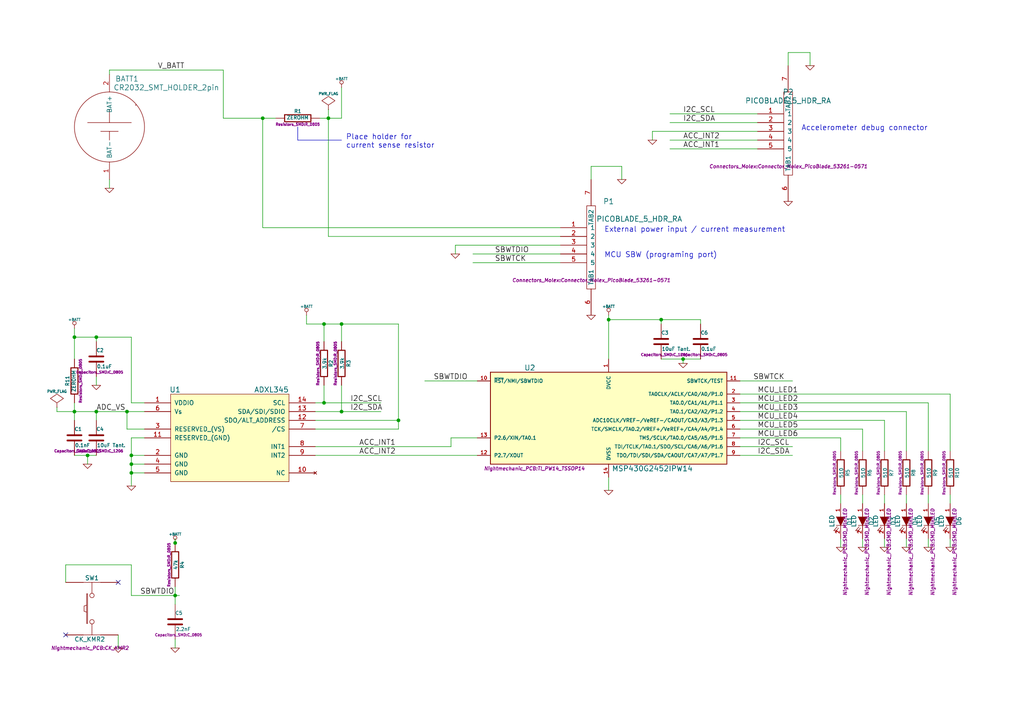
<source format=kicad_sch>
(kicad_sch (version 20230121) (generator eeschema)
  (paper "A4")
  (title_block (title "Gali's Neckalce") (rev "1.0") (company "Copyright by Nightmechanic 2014") (comment 1 "Open source under the Creative Commons Attribution 4.0 license") (comment 2 "http://creativecommons.org/licenses/by/4.0/"))
  (lib_symbols
    (symbol "Necklace-rescue:+BATT" (power) (pin_names (offset 0))
      (property "Value" "+BATT" (at 0 2.54 0))
      (symbol "+BATT_0_0"
        (pin power_in line (at 0 0 90) (length 0) hide (name "+BATT") (number "1"))
      )
      (symbol "+BATT_0_1"
        (polyline (pts (xy 0 0) (xy 0 1.016) (xy 0 1.016)))
        (circle (center 0 1.524) (radius 0.508))
      )
    )
    (symbol "Necklace-rescue:C" (pin_numbers hide) (pin_names (offset 0.254))
      (property "Reference" "C" (at 0 2.54 0))
      (property "Value" "C" (at 0.1524 -2.159 0))
      (symbol "C_0_1"
        (polyline (pts (xy -2.032 -0.762) (xy 2.032 -0.762)) (stroke (width 0.508)))
        (polyline (pts (xy -2.032 0.762) (xy 2.032 0.762)) (stroke (width 0.508)))
      )
      (symbol "C_1_1"
        (pin passive line (at 0 5.08 270) (length 4.318) (name "~") (number "1"))
        (pin passive line (at 0 -5.08 90) (length 4.318) (name "~") (number "2"))
      )
    )
    (symbol "Necklace-rescue:GND" (power) (pin_names (offset 0))
      (symbol "GND_0_1"
        (polyline (pts (xy -1.27 0) (xy 0 -1.27) (xy 1.27 0) (xy -1.27 0)))
      )
      (symbol "GND_1_1"
        (pin power_in line (at 0 0 90) (length 0) hide (name "GND") (number "1"))
      )
    )
    (symbol "Necklace-rescue:LED" (pin_names (offset 1.016) hide)
      (property "Reference" "D" (at 0 2.54 0))
      (property "Value" "LED" (at 0 -2.54 0))
      (symbol "LED_0_1"
        (polyline (pts (xy 1.27 1.27) (xy 1.27 -1.27)))
        (polyline (pts (xy -1.27 1.27) (xy 1.27 0) (xy -1.27 -1.27)) (fill (type outline)))
        (polyline (pts (xy 1.651 -1.016) (xy 2.794 -2.032) (xy 2.667 -1.397)))
        (polyline (pts (xy 2.032 -0.635) (xy 3.175 -1.651) (xy 3.048 -1.016)))
      )
      (symbol "LED_1_1"
        (pin passive line (at -5.08 0 0) (length 3.81) (name "A") (number "1"))
        (pin passive line (at 5.08 0 180) (length 3.81) (name "K") (number "2"))
      )
    )
    (symbol "Necklace-rescue:MSP430G2452IPW14" (pin_names (offset 1.016))
      (property "Reference" "U" (at -33.02 15.24 0))
      (property "Value" "MSP430G2452IPW14" (at 26.67 -13.97 0))
      (property "Footprint" "14PW" (at -31.75 -13.97 0))
      (symbol "MSP430G2452IPW14_0_1"
        (rectangle (start -34.29 13.97) (end 34.29 -12.7) (stroke (width 0.254)) (fill (type background)))
      )
      (symbol "MSP430G2452IPW14_1_1"
        (pin power_in line (at 0 17.78 270) (length 3.81) (name "DVCC") (number "1"))
        (pin input line (at -38.1 11.43 0) (length 3.81) (name "~{RST}/NMI/SBWTDIO") (number "10"))
        (pin input line (at 38.1 11.43 180) (length 3.81) (name "SBWTCK/TEST") (number "11"))
        (pin bidirectional line (at -38.1 -10.16 0) (length 3.81) (name "P2.7/XOUT") (number "12"))
        (pin bidirectional line (at -38.1 -5.08 0) (length 3.81) (name "P2.6/XIN/TA0.1") (number "13"))
        (pin power_in line (at 0 -16.51 90) (length 3.81) (name "DVSS") (number "14"))
        (pin bidirectional line (at 38.1 7.62 180) (length 3.81) (name "TA0CLK/ACLK/CA0/A0/P1.0") (number "2"))
        (pin bidirectional line (at 38.1 5.08 180) (length 3.81) (name "TA0.0/CA1/A1/P1.1") (number "3"))
        (pin bidirectional line (at 38.1 2.54 180) (length 3.81) (name "TA0.1/CA2/A2/P1.2") (number "4"))
        (pin bidirectional line (at 38.1 0 180) (length 3.81) (name "ADC10CLK/VREF-/VeREF-/CAOUT/CA3/A3/P1.3") (number "5"))
        (pin bidirectional line (at 38.1 -2.54 180) (length 3.81) (name "TCK/SMCLK/TA0.2/VREF+/VeREF+/CA4/A4/P1.4") (number "6"))
        (pin bidirectional line (at 38.1 -5.08 180) (length 3.81) (name "TMS/SCLK/TA0.0/CA5/A5/P1.5") (number "7"))
        (pin bidirectional line (at 38.1 -7.62 180) (length 3.81) (name "TDI/TCLK/TA0.1/SDO/SCL/CA6/A6/P1.6") (number "8"))
        (pin bidirectional line (at 38.1 -10.16 180) (length 3.81) (name "TDO/TDI/SDI/SDA/CAOUT/CA7/A7/P1.7") (number "9"))
      )
    )
    (symbol "Necklace-rescue:PWR_FLAG" (power) (pin_numbers hide) (pin_names (offset 0) hide)
      (property "Value" "PWR_FLAG" (at 0 4.572 0))
      (symbol "PWR_FLAG_0_0"
        (pin power_out line (at 0 0 90) (length 0) (name "pwr") (number "1"))
      )
      (symbol "PWR_FLAG_0_1"
        (polyline (pts (xy 0 0) (xy 0 1.27) (xy -1.905 2.54) (xy 0 3.81) (xy 1.905 2.54) (xy 0 1.27)))
      )
    )
    (symbol "Necklace-rescue:R" (pin_numbers hide) (pin_names (offset 0))
      (property "Reference" "R" (at 2.032 0 90))
      (property "Value" "R" (at 0.1778 0.0254 90))
      (symbol "R_0_1"
        (rectangle (start -1.016 3.81) (end 1.016 -3.81) (stroke (width 0.3048)))
      )
      (symbol "R_1_1"
        (pin passive line (at 0 6.35 270) (length 2.54) (name "~") (number "1"))
        (pin passive line (at 0 -6.35 90) (length 2.54) (name "~") (number "2"))
      )
    )
    (symbol "Necklace:ADXL345" (pin_names (offset 1.016))
      (property "Reference" "U" (at -15.24 17.78 0))
      (property "Value" "ADXL345" (at 12.7 17.78 0))
      (property "Footprint" "AD_LGA14" (at 0 -10.16 0))
      (symbol "ADXL345_0_1"
        (rectangle (start -16.51 16.51) (end 17.78 -8.89) (fill (type background)))
      )
      (symbol "ADXL345_1_1"
        (pin power_in line (at -24.13 13.97 0) (length 7.62) (name "VDDIO") (number "1"))
        (pin no_connect line (at 25.4 -6.35 180) (length 7.62) (name "NC") (number "10"))
        (pin passive line (at -24.13 3.81 0) (length 7.62) (name "RESERVED_(GND)") (number "11"))
        (pin bidirectional line (at 25.4 8.89 180) (length 7.62) (name "SDO/ALT_ADDRESS") (number "12"))
        (pin bidirectional line (at 25.4 11.43 180) (length 7.62) (name "SDA/SDI/SDIO") (number "13"))
        (pin input line (at 25.4 13.97 180) (length 7.62) (name "SCL") (number "14"))
        (pin power_in line (at -24.13 -1.27 0) (length 7.62) (name "GND") (number "2"))
        (pin power_in line (at -24.13 6.35 0) (length 7.62) (name "RESERVED_(VS)") (number "3"))
        (pin power_in line (at -24.13 -3.81 0) (length 7.62) (name "GND") (number "4"))
        (pin power_in line (at -24.13 -6.35 0) (length 7.62) (name "GND") (number "5"))
        (pin power_in line (at -24.13 11.43 0) (length 7.62) (name "Vs") (number "6"))
        (pin input line (at 25.4 6.35 180) (length 7.62) (name "/CS") (number "7"))
        (pin output line (at 25.4 1.27 180) (length 7.62) (name "INT1") (number "8"))
        (pin output line (at 25.4 -1.27 180) (length 7.62) (name "INT2") (number "9"))
      )
    )
    (symbol "Necklace:CK_KMR2" (pin_numbers hide) (pin_names (offset 1.016) hide)
      (property "Reference" "SW" (at 0 8.89 0))
      (property "Value" "CK_KMR2" (at -0.635 -8.89 0))
      (property "Footprint" "CK_KMR2" (at -0.635 -10.795 0))
      (symbol "CK_KMR2_0_1"
        (rectangle (start -1.27 -4.318) (end -1.524 4.318))
        (circle (center 0 -3.81) (radius 0.635))
        (polyline (pts (xy -2.54 7.62) (xy 2.54 7.62)))
        (polyline (pts (xy 0 -4.445) (xy 0 -7.62)))
        (polyline (pts (xy 0 7.62) (xy 0 4.445)))
        (polyline (pts (xy 2.54 -7.62) (xy -2.54 -7.62)))
        (polyline (pts (xy -1.524 -1.016) (xy -2.286 -0.762) (xy -2.286 0.762) (xy -1.524 1.016)))
        (circle (center 0 3.81) (radius 0.635))
        (pin passive line (at -7.62 7.62 0) (length 5.08) (name "1") (number "1"))
        (pin passive line (at 7.62 7.62 180) (length 5.08) (name "2") (number "2"))
        (pin passive line (at 7.62 -7.62 180) (length 5.08) (name "4") (number "4"))
      )
      (symbol "CK_KMR2_1_1"
        (pin passive line (at -7.62 -7.62 0) (length 5.08) (name "3") (number "3"))
      )
    )
    (symbol "Necklace:CR2032_SMT_HOLDER_2pin" (pin_names (offset 1.016))
      (property "Reference" "BATT" (at 5.08 13.97 0))
      (property "Value" "CR2032_SMT_HOLDER_2pin" (at 16.51 11.43 0))
      (property "Footprint" "SMTU-2032" (at 5.08 -11.43 0))
      (symbol "CR2032_SMT_HOLDER_2pin_0_1"
        (polyline (pts (xy -6.35 1.27) (xy 6.35 1.27)))
        (polyline (pts (xy -2.54 -1.27) (xy 2.54 -1.27)))
        (polyline (pts (xy 0 -1.27) (xy 0 -3.81)))
        (polyline (pts (xy 0 1.27) (xy 0 5.08)))
        (circle (center 0 0) (radius 10.16))
        (circle (center 7.62 6.35) (radius 0.0001))
      )
      (symbol "CR2032_SMT_HOLDER_2pin_1_1"
        (pin power_out line (at 0 -15.24 90) (length 5.08) (name "BAT-") (number "1"))
        (pin power_out line (at 0 15.24 270) (length 5.08) (name "BAT+") (number "2"))
      )
    )
    (symbol "Necklace:PICOBLADE_5_HDR_RA" (pin_names (offset 1.016))
      (property "Reference" "P" (at 2.54 8.89 0))
      (property "Value" "PICOBLADE_5_HDR_RA" (at 3.81 -6.35 90))
      (property "Footprint" "Molex_PICOBLADE_5_HDR_RA" (at 6.35 -6.35 90))
      (symbol "PICOBLADE_5_HDR_RA_0_1"
        (rectangle (start -1.27 6.35) (end 1.27 -17.78))
      )
      (symbol "PICOBLADE_5_HDR_RA_1_1"
        (pin passive line (at -8.89 0 0) (length 7.62) (name "1") (number "1"))
        (pin passive line (at -8.89 -2.54 0) (length 7.62) (name "2") (number "2"))
        (pin passive line (at -8.89 -5.08 0) (length 7.62) (name "3") (number "3"))
        (pin passive line (at -8.89 -7.62 0) (length 7.62) (name "4") (number "4"))
        (pin passive line (at -8.89 -10.16 0) (length 7.62) (name "5") (number "5"))
        (pin passive line (at 0 -25.4 90) (length 7.62) (name "TAB1") (number "6"))
        (pin passive line (at 0 13.97 270) (length 7.62) (name "TAB2") (number "7"))
      )
    )
  )
  (junction (at 176.53 92.71))
  (junction (at 95.25 34.29))
  (junction (at 27.94 119.38))
  (junction (at 21.59 97.79))
  (junction (at 27.94 97.79))
  (junction (at 38.1 134.62))
  (junction (at 38.1 137.16))
  (junction (at 99.06 93.98))
  (junction (at 50.8 157.48))
  (junction (at 99.06 119.38))
  (junction (at 93.98 116.84))
  (junction (at 76.2 34.29))
  (junction (at 93.98 93.98))
  (junction (at 25.4 132.08))
  (junction (at 198.12 104.14))
  (junction (at 191.77 92.71))
  (junction (at 21.59 119.38))
  (junction (at 36.83 119.38))
  (junction (at 115.57 121.92))
  (junction (at 50.8 172.72))
  (junction (at 38.1 132.08))
  (no_connect (at 34.29 168.91))
  (no_connect (at 19.05 184.15))
  (wire (pts (xy 31.75 21.59) (xy 31.75 20.32)))
  (wire (pts (xy 38.1 116.84) (xy 41.91 116.84)))
  (wire (pts (xy 41.91 137.16) (xy 38.1 137.16)))
  (wire (pts (xy 171.45 48.26) (xy 171.45 52.07)))
  (wire (pts (xy 34.29 184.15) (xy 34.29 187.96)))
  (wire (pts (xy 91.44 132.08) (xy 138.43 132.08)))
  (wire (pts (xy 31.75 20.32) (xy 64.77 20.32)))
  (wire (pts (xy 41.91 127) (xy 38.1 127)))
  (wire (pts (xy 191.77 92.71) (xy 203.2 92.71)))
  (wire (pts (xy 214.63 121.92) (xy 256.54 121.92)))
  (wire (pts (xy 219.71 33.02) (xy 194.31 33.02)))
  (wire (pts (xy 88.9 93.98) (xy 93.98 93.98)))
  (wire (pts (xy 115.57 93.98) (xy 115.57 121.92)))
  (wire (pts (xy 256.54 146.05) (xy 256.54 143.51)))
  (wire (pts (xy 38.1 172.72) (xy 50.8 172.72)))
  (wire (pts (xy 92.71 34.29) (xy 95.25 34.29)))
  (wire (pts (xy 21.59 119.38) (xy 27.94 119.38)))
  (wire (pts (xy 262.89 158.75) (xy 262.89 156.21)))
  (wire (pts (xy 115.57 124.46) (xy 91.44 124.46)))
  (wire (pts (xy 64.77 20.32) (xy 64.77 34.29)))
  (wire (pts (xy 269.24 116.84) (xy 269.24 130.81)))
  (wire (pts (xy 243.84 127) (xy 243.84 130.81)))
  (wire (pts (xy 76.2 66.04) (xy 76.2 34.29)))
  (wire (pts (xy 38.1 137.16) (xy 38.1 140.97)))
  (wire (pts (xy 203.2 92.71) (xy 203.2 93.98)))
  (wire (pts (xy 91.44 119.38) (xy 99.06 119.38)))
  (wire (pts (xy 130.81 127) (xy 138.43 127)))
  (wire (pts (xy 91.44 116.84) (xy 93.98 116.84)))
  (wire (pts (xy 262.89 146.05) (xy 262.89 143.51)))
  (wire (pts (xy 214.63 116.84) (xy 269.24 116.84)))
  (wire (pts (xy 27.94 111.76) (xy 27.94 109.22)))
  (polyline (pts (xy 86.36 40.64) (xy 99.06 40.64)))
  (wire (pts (xy 21.59 119.38) (xy 21.59 121.92)))
  (wire (pts (xy 91.44 129.54) (xy 130.81 129.54)))
  (wire (pts (xy 214.63 119.38) (xy 262.89 119.38)))
  (wire (pts (xy 21.59 97.79) (xy 21.59 104.14)))
  (wire (pts (xy 214.63 132.08) (xy 229.87 132.08)))
  (wire (pts (xy 16.51 119.38) (xy 21.59 119.38)))
  (wire (pts (xy 50.8 172.72) (xy 52.07 172.72)))
  (wire (pts (xy 191.77 104.14) (xy 198.12 104.14)))
  (wire (pts (xy 19.05 163.83) (xy 19.05 168.91)))
  (wire (pts (xy 214.63 124.46) (xy 250.19 124.46)))
  (wire (pts (xy 189.23 38.1) (xy 189.23 40.64)))
  (wire (pts (xy 64.77 34.29) (xy 76.2 34.29)))
  (wire (pts (xy 38.1 127) (xy 38.1 132.08)))
  (wire (pts (xy 219.71 35.56) (xy 194.31 35.56)))
  (wire (pts (xy 50.8 185.42) (xy 50.8 187.96)))
  (wire (pts (xy 95.25 68.58) (xy 162.56 68.58)))
  (wire (pts (xy 25.4 134.62) (xy 25.4 132.08)))
  (wire (pts (xy 38.1 163.83) (xy 19.05 163.83)))
  (wire (pts (xy 99.06 93.98) (xy 115.57 93.98)))
  (wire (pts (xy 180.34 48.26) (xy 171.45 48.26)))
  (wire (pts (xy 115.57 121.92) (xy 115.57 124.46)))
  (wire (pts (xy 198.12 105.41) (xy 198.12 104.14)))
  (wire (pts (xy 198.12 104.14) (xy 203.2 104.14)))
  (wire (pts (xy 250.19 158.75) (xy 250.19 156.21)))
  (wire (pts (xy 41.91 124.46) (xy 36.83 124.46)))
  (wire (pts (xy 243.84 158.75) (xy 243.84 156.21)))
  (wire (pts (xy 95.25 31.75) (xy 95.25 34.29)))
  (wire (pts (xy 50.8 156.21) (xy 50.8 157.48)))
  (wire (pts (xy 27.94 119.38) (xy 36.83 119.38)))
  (wire (pts (xy 36.83 124.46) (xy 36.83 119.38)))
  (wire (pts (xy 214.63 110.49) (xy 229.87 110.49)))
  (wire (pts (xy 214.63 114.3) (xy 275.59 114.3)))
  (wire (pts (xy 269.24 158.75) (xy 269.24 156.21)))
  (wire (pts (xy 76.2 34.29) (xy 80.01 34.29)))
  (wire (pts (xy 93.98 116.84) (xy 110.49 116.84)))
  (wire (pts (xy 219.71 40.64) (xy 194.31 40.64)))
  (wire (pts (xy 176.53 91.44) (xy 176.53 92.71)))
  (wire (pts (xy 214.63 129.54) (xy 229.87 129.54)))
  (wire (pts (xy 214.63 127) (xy 243.84 127)))
  (wire (pts (xy 243.84 146.05) (xy 243.84 143.51)))
  (wire (pts (xy 50.8 170.18) (xy 50.8 172.72)))
  (wire (pts (xy 16.51 118.11) (xy 16.51 119.38)))
  (wire (pts (xy 176.53 92.71) (xy 176.53 104.14)))
  (polyline (pts (xy 86.36 40.64) (xy 86.36 36.83)))
  (wire (pts (xy 219.71 43.18) (xy 194.31 43.18)))
  (wire (pts (xy 41.91 132.08) (xy 38.1 132.08)))
  (wire (pts (xy 162.56 73.66) (xy 137.16 73.66)))
  (wire (pts (xy 93.98 99.06) (xy 93.98 93.98)))
  (wire (pts (xy 27.94 121.92) (xy 27.94 119.38)))
  (wire (pts (xy 228.6 15.24) (xy 228.6 19.05)))
  (wire (pts (xy 162.56 71.12) (xy 132.08 71.12)))
  (wire (pts (xy 38.1 97.79) (xy 38.1 116.84)))
  (wire (pts (xy 234.95 19.05) (xy 234.95 15.24)))
  (wire (pts (xy 31.75 52.07) (xy 31.75 54.61)))
  (wire (pts (xy 189.23 38.1) (xy 219.71 38.1)))
  (wire (pts (xy 132.08 71.12) (xy 132.08 73.66)))
  (wire (pts (xy 21.59 95.25) (xy 21.59 97.79)))
  (wire (pts (xy 38.1 132.08) (xy 38.1 134.62)))
  (wire (pts (xy 162.56 76.2) (xy 137.16 76.2)))
  (wire (pts (xy 99.06 93.98) (xy 99.06 99.06)))
  (wire (pts (xy 95.25 34.29) (xy 99.06 34.29)))
  (wire (pts (xy 93.98 111.76) (xy 93.98 116.84)))
  (wire (pts (xy 256.54 121.92) (xy 256.54 130.81)))
  (wire (pts (xy 250.19 146.05) (xy 250.19 143.51)))
  (wire (pts (xy 91.44 121.92) (xy 115.57 121.92)))
  (wire (pts (xy 275.59 114.3) (xy 275.59 130.81)))
  (wire (pts (xy 99.06 119.38) (xy 110.49 119.38)))
  (wire (pts (xy 176.53 138.43) (xy 176.53 142.24)))
  (wire (pts (xy 41.91 134.62) (xy 38.1 134.62)))
  (wire (pts (xy 93.98 93.98) (xy 99.06 93.98)))
  (wire (pts (xy 234.95 15.24) (xy 228.6 15.24)))
  (wire (pts (xy 275.59 146.05) (xy 275.59 143.51)))
  (wire (pts (xy 27.94 97.79) (xy 38.1 97.79)))
  (wire (pts (xy 162.56 66.04) (xy 76.2 66.04)))
  (wire (pts (xy 27.94 97.79) (xy 27.94 99.06)))
  (wire (pts (xy 250.19 124.46) (xy 250.19 130.81)))
  (wire (pts (xy 38.1 172.72) (xy 38.1 163.83)))
  (wire (pts (xy 180.34 52.07) (xy 180.34 48.26)))
  (wire (pts (xy 130.81 129.54) (xy 130.81 127)))
  (wire (pts (xy 21.59 116.84) (xy 21.59 119.38)))
  (wire (pts (xy 269.24 146.05) (xy 269.24 143.51)))
  (wire (pts (xy 99.06 34.29) (xy 99.06 25.4)))
  (wire (pts (xy 21.59 132.08) (xy 25.4 132.08)))
  (wire (pts (xy 256.54 158.75) (xy 256.54 156.21)))
  (wire (pts (xy 36.83 119.38) (xy 41.91 119.38)))
  (wire (pts (xy 138.43 110.49) (xy 123.19 110.49)))
  (wire (pts (xy 275.59 158.75) (xy 275.59 156.21)))
  (wire (pts (xy 88.9 91.44) (xy 88.9 93.98)))
  (wire (pts (xy 176.53 92.71) (xy 191.77 92.71)))
  (wire (pts (xy 21.59 97.79) (xy 27.94 97.79)))
  (wire (pts (xy 38.1 134.62) (xy 38.1 137.16)))
  (wire (pts (xy 191.77 93.98) (xy 191.77 92.71)))
  (wire (pts (xy 50.8 172.72) (xy 50.8 175.26)))
  (wire (pts (xy 25.4 132.08) (xy 27.94 132.08)))
  (wire (pts (xy 99.06 111.76) (xy 99.06 119.38)))
  (wire (pts (xy 95.25 34.29) (xy 95.25 68.58)))
  (wire (pts (xy 262.89 119.38) (xy 262.89 130.81)))
  (text "Accelerometer debug connector" (at 232.41 38.1 0) (effects (font (size 1.524 1.524)) (justify left bottom)))
  (text "Place holder for \ncurrent sense resistor" (at 100.33 43.18 0) (effects (font (size 1.524 1.524)) (justify left bottom)))
  (text "External power input / current measurement\n\n\nMCU SBW (programing port)" (at 175.26 74.93 0) (effects (font (size 1.524 1.524)) (justify left bottom)))
  (label "SBWTDIO" (at 40.64 172.72 0) (effects (font (size 1.524 1.524))))
  (label "I2C_SCL" (at 101.6 116.84 0) (effects (font (size 1.524 1.524))))
  (label "ADC_VS" (at 27.94 119.38 0) (effects (font (size 1.524 1.524))))
  (label "ACC_INT1" (at 104.14 129.54 0) (effects (font (size 1.524 1.524))))
  (label "V_BATT" (at 45.72 20.32 0) (effects (font (size 1.524 1.524))))
  (label "MCU_LED4" (at 219.71 121.92 0) (effects (font (size 1.524 1.524))))
  (label "SBWTDIO" (at 125.73 110.49 0) (effects (font (size 1.524 1.524))))
  (label "ACC_INT1" (at 198.12 43.18 0) (effects (font (size 1.524 1.524))))
  (label "I2C_SDA" (at 219.71 132.08 0) (effects (font (size 1.524 1.524))))
  (label "I2C_SDA" (at 101.6 119.38 0) (effects (font (size 1.524 1.524))))
  (label "MCU_LED6" (at 219.71 127 0) (effects (font (size 1.524 1.524))))
  (label "MCU_LED3" (at 219.71 119.38 0) (effects (font (size 1.524 1.524))))
  (label "SBWTDIO" (at 143.51 73.66 0) (effects (font (size 1.524 1.524))))
  (label "ACC_INT2" (at 104.14 132.08 0) (effects (font (size 1.524 1.524))))
  (label "MCU_LED5" (at 219.71 124.46 0) (effects (font (size 1.524 1.524))))
  (label "MCU_LED1" (at 219.71 114.3 0) (effects (font (size 1.524 1.524))))
  (label "I2C_SCL" (at 198.12 33.02 0) (effects (font (size 1.524 1.524))))
  (label "SBWTCK" (at 143.51 76.2 0) (effects (font (size 1.524 1.524))))
  (label "I2C_SDA" (at 198.12 35.56 0) (effects (font (size 1.524 1.524))))
  (label "I2C_SCL" (at 219.71 129.54 0) (effects (font (size 1.524 1.524))))
  (label "MCU_LED2" (at 219.71 116.84 0) (effects (font (size 1.524 1.524))))
  (label "ACC_INT2" (at 198.12 40.64 0) (effects (font (size 1.524 1.524))))
  (label "SBWTCK" (at 218.44 110.49 0) (effects (font (size 1.524 1.524))))
  (symbol (lib_id "Necklace-rescue:GND") (at 31.75 54.61 0) (unit 1)
    (property "Reference" "#PWR01" (effects hide))
    (property "Value" "GND" (effects hide))
  )
  (symbol (lib_id "Necklace-rescue:GND") (at 176.53 142.24 0) (unit 1)
    (property "Reference" "#PWR02" (effects hide))
    (property "Value" "GND" (effects hide))
  )
  (symbol (lib_id "Necklace-rescue:R") (at 86.36 34.29 90) (unit 1)
    (property "Reference" "R1" (at 86.36 32.258 90) (effects (font (size 1.016 1.016))))
    (property "Value" "ZEROHM" (at 86.3346 34.1122 90) (effects (font (size 1.016 1.016))))
    (property "Footprint" "Resistors_SMD:R_0805" (at 86.36 36.068 90) (effects (font (size 0.762 0.762))))
  )
  (symbol (lib_id "Necklace-rescue:+BATT") (at 99.06 25.4 0) (unit 1)
    (property "Reference" "#PWR03" (effects hide))
    (property "Value" "+BATT" (at 99.06 22.86 0) (effects (font (size 0.762 0.762))))
  )
  (symbol (lib_id "Necklace-rescue:+BATT") (at 176.53 91.44 0) (unit 1)
    (property "Reference" "#PWR04" (effects hide))
    (property "Value" "+BATT" (at 176.53 88.9 0) (effects (font (size 0.762 0.762))))
  )
  (symbol (lib_id "Necklace-rescue:GND") (at 132.08 73.66 0) (unit 1)
    (property "Reference" "#PWR05" (effects hide))
    (property "Value" "GND" (effects hide))
  )
  (symbol (lib_id "Necklace:ADXL345") (at 66.04 130.81 0) (unit 1)
    (property "Reference" "U1" (at 50.8 113.03 0) (effects (font (size 1.524 1.524))))
    (property "Value" "ADXL345" (at 78.74 113.03 0) (effects (font (size 1.524 1.524))))
    (property "Footprint" "Nightmechanic_PCB:AD_LGA14" (effects hide))
    (property "Datasheet" "http://www.analog.com/static/imported-files/data_sheets/ADXL345.pdf" (effects hide))
  )
  (symbol (lib_id "Necklace-rescue:+BATT") (at 21.59 95.25 0) (unit 1)
    (property "Reference" "#PWR06" (effects hide))
    (property "Value" "+BATT" (at 21.59 92.71 0) (effects (font (size 0.762 0.762))))
  )
  (symbol (lib_id "Necklace-rescue:C") (at 27.94 104.14 0) (unit 1)
    (property "Reference" "C2" (at 27.94 101.6 0) (effects (font (size 1.016 1.016)) (justify left)))
    (property "Value" "0.1uF" (at 28.0924 106.299 0) (effects (font (size 1.016 1.016)) (justify left)))
    (property "Footprint" "Capacitors_SMD:C_0805" (at 28.9052 107.95 0) (effects (font (size 0.762 0.762))))
  )
  (symbol (lib_id "Necklace-rescue:C") (at 21.59 127 0) (unit 1)
    (property "Reference" "C1" (at 21.59 124.46 0) (effects (font (size 1.016 1.016)) (justify left)))
    (property "Value" "0.1nF" (at 21.7424 129.159 0) (effects (font (size 1.016 1.016)) (justify left)))
    (property "Footprint" "Capacitors_SMD:C_0805" (at 22.5552 130.81 0) (effects (font (size 0.762 0.762))))
  )
  (symbol (lib_id "Necklace-rescue:GND") (at 38.1 140.97 0) (unit 1)
    (property "Reference" "#PWR07" (effects hide))
    (property "Value" "GND" (effects hide))
  )
  (symbol (lib_id "Necklace-rescue:GND") (at 27.94 111.76 0) (unit 1)
    (property "Reference" "#PWR08" (effects hide))
    (property "Value" "GND" (effects hide))
  )
  (symbol (lib_id "Necklace-rescue:GND") (at 25.4 134.62 0) (unit 1)
    (property "Reference" "#PWR09" (effects hide))
    (property "Value" "GND" (effects hide))
  )
  (symbol (lib_id "Necklace-rescue:R") (at 93.98 105.41 0) (unit 1)
    (property "Reference" "R2" (at 96.012 105.41 90) (effects (font (size 1.016 1.016))))
    (property "Value" "3.9k" (at 94.1578 105.3846 90) (effects (font (size 1.016 1.016))))
    (property "Footprint" "Resistors_SMD:R_0805" (at 92.202 105.41 90) (effects (font (size 0.762 0.762))))
  )
  (symbol (lib_id "Necklace-rescue:R") (at 99.06 105.41 0) (unit 1)
    (property "Reference" "R3" (at 101.092 105.41 90) (effects (font (size 1.016 1.016))))
    (property "Value" "3.9k" (at 99.2378 105.3846 90) (effects (font (size 1.016 1.016))))
    (property "Footprint" "Resistors_SMD:R_0805" (at 97.282 105.41 90) (effects (font (size 0.762 0.762))))
  )
  (symbol (lib_id "Necklace-rescue:+BATT") (at 88.9 91.44 0) (unit 1)
    (property "Reference" "#PWR010" (effects hide))
    (property "Value" "+BATT" (at 88.9 88.9 0) (effects (font (size 0.762 0.762))))
  )
  (symbol (lib_id "Necklace-rescue:R") (at 50.8 163.83 0) (unit 1)
    (property "Reference" "R4" (at 52.832 163.83 90) (effects (font (size 1.016 1.016))))
    (property "Value" "47k" (at 50.9778 163.8046 90) (effects (font (size 1.016 1.016))))
    (property "Footprint" "Resistors_SMD:R_0805" (at 49.022 163.83 90) (effects (font (size 0.762 0.762))))
  )
  (symbol (lib_id "Necklace-rescue:GND") (at 34.29 187.96 0) (unit 1)
    (property "Reference" "#PWR011" (effects hide))
    (property "Value" "GND" (effects hide))
  )
  (symbol (lib_id "Necklace-rescue:R") (at 243.84 137.16 0) (unit 1)
    (property "Reference" "R5" (at 245.872 137.16 90) (effects (font (size 1.016 1.016))))
    (property "Value" "510" (at 244.0178 137.1346 90) (effects (font (size 1.016 1.016))))
    (property "Footprint" "Resistors_SMD:R_0805" (at 242.062 137.16 90) (effects (font (size 0.762 0.762))))
  )
  (symbol (lib_id "Necklace-rescue:LED") (at 243.84 151.13 270) (unit 1)
    (property "Reference" "D1" (at 246.38 151.13 0))
    (property "Value" "LED" (at 241.3 151.13 0))
    (property "Footprint" "Nightmechanic_PCB:SMD_MiniLED" (at 245.11 160.02 0) (effects (font (size 1.016 1.016) italic)))
  )
  (symbol (lib_id "Necklace-rescue:GND") (at 243.84 158.75 0) (unit 1)
    (property "Reference" "#PWR012" (effects hide))
    (property "Value" "GND" (effects hide))
  )
  (symbol (lib_id "Necklace-rescue:GND") (at 250.19 158.75 0) (unit 1)
    (property "Reference" "#PWR013" (effects hide))
    (property "Value" "GND" (effects hide))
  )
  (symbol (lib_id "Necklace-rescue:GND") (at 256.54 158.75 0) (unit 1)
    (property "Reference" "#PWR014" (effects hide))
    (property "Value" "GND" (effects hide))
  )
  (symbol (lib_id "Necklace-rescue:GND") (at 262.89 158.75 0) (unit 1)
    (property "Reference" "#PWR015" (effects hide))
    (property "Value" "GND" (effects hide))
  )
  (symbol (lib_id "Necklace-rescue:GND") (at 269.24 158.75 0) (unit 1)
    (property "Reference" "#PWR016" (effects hide))
    (property "Value" "GND" (effects hide))
  )
  (symbol (lib_id "Necklace-rescue:GND") (at 275.59 158.75 0) (unit 1)
    (property "Reference" "#PWR017" (effects hide))
    (property "Value" "GND" (effects hide))
  )
  (symbol (lib_id "Necklace:PICOBLADE_5_HDR_RA") (at 171.45 66.04 0) (unit 1)
    (property "Reference" "P1" (at 176.53 58.42 0) (effects (font (size 1.524 1.524))))
    (property "Value" "PICOBLADE_5_HDR_RA" (at 185.42 63.5 0) (effects (font (size 1.524 1.524))))
    (property "Footprint" "Connectors_Molex:Connector_Molex_PicoBlade_53261-0571" (at 171.45 81.28 0) (effects (font (size 1.016 1.016) italic)))
    (property "Datasheet" "http://www.molex.com/molex/products/datasheet.jsp?part=active/0532610571_PCB_HEADERS.xml" (effects hide))
  )
  (symbol (lib_id "Necklace:PICOBLADE_5_HDR_RA") (at 228.6 33.02 0) (unit 1)
    (property "Reference" "P2" (at 228.6 26.67 0) (effects (font (size 1.524 1.524))))
    (property "Value" "PICOBLADE_5_HDR_RA" (at 228.6 29.21 0) (effects (font (size 1.524 1.524))))
    (property "Footprint" "Connectors_Molex:Connector_Molex_PicoBlade_53261-0571" (at 228.6 48.26 0) (effects (font (size 1.016 1.016) italic)))
    (property "Datasheet" "http://www.molex.com/molex/products/datasheet.jsp?part=active/0532610571_PCB_HEADERS.xml" (effects hide))
  )
  (symbol (lib_id "Necklace-rescue:GND") (at 189.23 40.64 0) (unit 1)
    (property "Reference" "#PWR018" (effects hide))
    (property "Value" "GND" (effects hide))
  )
  (symbol (lib_id "Necklace-rescue:PWR_FLAG") (at 95.25 31.75 0) (unit 1)
    (property "Reference" "#FLG019" (effects hide))
    (property "Value" "PWR_FLAG" (at 95.25 27.178 0) (effects (font (size 0.762 0.762))))
  )
  (symbol (lib_id "Necklace-rescue:C") (at 191.77 99.06 0) (unit 1)
    (property "Reference" "C3" (at 191.77 96.52 0) (effects (font (size 1.016 1.016)) (justify left)))
    (property "Value" "10uF Tant." (at 191.9224 101.219 0) (effects (font (size 1.016 1.016)) (justify left)))
    (property "Footprint" "Capacitors_SMD:C_1206" (at 192.7352 102.87 0) (effects (font (size 0.762 0.762))))
  )
  (symbol (lib_id "Necklace-rescue:GND") (at 198.12 105.41 0) (unit 1)
    (property "Reference" "#PWR020" (effects hide))
    (property "Value" "GND" (effects hide))
  )
  (symbol (lib_id "Necklace-rescue:R") (at 21.59 110.49 180) (unit 1)
    (property "Reference" "R11" (at 19.558 110.49 90) (effects (font (size 1.016 1.016))))
    (property "Value" "ZEROHM" (at 21.4122 110.5154 90) (effects (font (size 1.016 1.016))))
    (property "Footprint" "Resistors_SMD:R_0805" (at 23.368 110.49 90) (effects (font (size 0.762 0.762))))
  )
  (symbol (lib_id "Necklace-rescue:PWR_FLAG") (at 16.51 118.11 0) (unit 1)
    (property "Reference" "#FLG021" (effects hide))
    (property "Value" "PWR_FLAG" (at 16.51 113.538 0) (effects (font (size 0.762 0.762))))
  )
  (symbol (lib_id "Necklace-rescue:MSP430G2452IPW14") (at 176.53 121.92 0) (unit 1)
    (property "Reference" "U2" (at 153.67 106.68 0) (effects (font (size 1.524 1.524))))
    (property "Value" "MSP430G2452IPW14" (at 189.23 135.89 0) (effects (font (size 1.524 1.524))))
    (property "Footprint" "Nightmechanic_PCB:TI_PW14_TSSOP14" (at 154.94 135.89 0) (effects (font (size 1.016 1.016) italic)))
    (property "Datasheet" "http://www.ti.com/lit/ds/slas722g/slas722g.pdf" (effects hide))
  )
  (symbol (lib_id "Necklace-rescue:C") (at 50.8 180.34 0) (unit 1)
    (property "Reference" "C5" (at 50.8 177.8 0) (effects (font (size 1.016 1.016)) (justify left)))
    (property "Value" "2.2nF" (at 50.9524 182.499 0) (effects (font (size 1.016 1.016)) (justify left)))
    (property "Footprint" "Capacitors_SMD:C_0805" (at 51.7652 184.15 0) (effects (font (size 0.762 0.762))))
  )
  (symbol (lib_id "Necklace-rescue:GND") (at 50.8 187.96 0) (unit 1)
    (property "Reference" "#PWR022" (effects hide))
    (property "Value" "GND" (effects hide))
  )
  (symbol (lib_id "Necklace-rescue:C") (at 203.2 99.06 0) (unit 1)
    (property "Reference" "C6" (at 203.2 96.52 0) (effects (font (size 1.016 1.016)) (justify left)))
    (property "Value" "0.1uF" (at 203.3524 101.219 0) (effects (font (size 1.016 1.016)) (justify left)))
    (property "Footprint" "Capacitors_SMD:C_0805" (at 204.1652 102.87 0) (effects (font (size 0.762 0.762))))
  )
  (symbol (lib_id "Necklace-rescue:C") (at 27.94 127 0) (unit 1)
    (property "Reference" "C4" (at 27.94 124.46 0) (effects (font (size 1.016 1.016)) (justify left)))
    (property "Value" "10uF Tant." (at 28.0924 129.159 0) (effects (font (size 1.016 1.016)) (justify left)))
    (property "Footprint" "Capacitors_SMD:C_1206" (at 28.9052 130.81 0) (effects (font (size 0.762 0.762))))
  )
  (symbol (lib_id "Necklace-rescue:R") (at 250.19 137.16 0) (unit 1)
    (property "Reference" "R6" (at 252.222 137.16 90) (effects (font (size 1.016 1.016))))
    (property "Value" "510" (at 250.3678 137.1346 90) (effects (font (size 1.016 1.016))))
    (property "Footprint" "Resistors_SMD:R_0805" (at 248.412 137.16 90) (effects (font (size 0.762 0.762))))
  )
  (symbol (lib_id "Necklace-rescue:R") (at 256.54 137.16 0) (unit 1)
    (property "Reference" "R7" (at 258.572 137.16 90) (effects (font (size 1.016 1.016))))
    (property "Value" "510" (at 256.7178 137.1346 90) (effects (font (size 1.016 1.016))))
    (property "Footprint" "Resistors_SMD:R_0805" (at 254.762 137.16 90) (effects (font (size 0.762 0.762))))
  )
  (symbol (lib_id "Necklace-rescue:R") (at 262.89 137.16 0) (unit 1)
    (property "Reference" "R8" (at 264.922 137.16 90) (effects (font (size 1.016 1.016))))
    (property "Value" "510" (at 263.0678 137.1346 90) (effects (font (size 1.016 1.016))))
    (property "Footprint" "Resistors_SMD:R_0805" (at 261.112 137.16 90) (effects (font (size 0.762 0.762))))
  )
  (symbol (lib_id "Necklace-rescue:R") (at 269.24 137.16 0) (unit 1)
    (property "Reference" "R9" (at 271.272 137.16 90) (effects (font (size 1.016 1.016))))
    (property "Value" "510" (at 269.4178 137.1346 90) (effects (font (size 1.016 1.016))))
    (property "Footprint" "Resistors_SMD:R_0805" (at 267.462 137.16 90) (effects (font (size 0.762 0.762))))
  )
  (symbol (lib_id "Necklace-rescue:R") (at 275.59 137.16 0) (unit 1)
    (property "Reference" "R10" (at 277.622 137.16 90) (effects (font (size 1.016 1.016))))
    (property "Value" "510" (at 275.7678 137.1346 90) (effects (font (size 1.016 1.016))))
    (property "Footprint" "Resistors_SMD:R_0805" (at 273.812 137.16 90) (effects (font (size 0.762 0.762))))
  )
  (symbol (lib_id "Necklace-rescue:LED") (at 250.19 151.13 270) (unit 1)
    (property "Reference" "D2" (at 252.73 151.13 0))
    (property "Value" "LED" (at 247.65 151.13 0))
    (property "Footprint" "Nightmechanic_PCB:SMD_MiniLED" (at 251.46 160.02 0) (effects (font (size 1.016 1.016) italic)))
  )
  (symbol (lib_id "Necklace-rescue:LED") (at 256.54 151.13 270) (unit 1)
    (property "Reference" "D3" (at 259.08 151.13 0))
    (property "Value" "LED" (at 254 151.13 0))
    (property "Footprint" "Nightmechanic_PCB:SMD_MiniLED" (at 257.81 160.02 0) (effects (font (size 1.016 1.016) italic)))
  )
  (symbol (lib_id "Necklace-rescue:LED") (at 262.89 151.13 270) (unit 1)
    (property "Reference" "D4" (at 265.43 151.13 0))
    (property "Value" "LED" (at 260.35 151.13 0))
    (property "Footprint" "Nightmechanic_PCB:SMD_MiniLED" (at 264.16 160.02 0) (effects (font (size 1.016 1.016) italic)))
  )
  (symbol (lib_id "Necklace-rescue:LED") (at 269.24 151.13 270) (unit 1)
    (property "Reference" "D5" (at 271.78 151.13 0))
    (property "Value" "LED" (at 266.7 151.13 0))
    (property "Footprint" "Nightmechanic_PCB:SMD_MiniLED" (at 270.51 160.02 0) (effects (font (size 1.016 1.016) italic)))
  )
  (symbol (lib_id "Necklace-rescue:LED") (at 275.59 151.13 270) (unit 1)
    (property "Reference" "D6" (at 278.13 151.13 0))
    (property "Value" "LED" (at 273.05 151.13 0))
    (property "Footprint" "Nightmechanic_PCB:SMD_MiniLED" (at 276.86 160.02 0) (effects (font (size 1.016 1.016) italic)))
  )
  (symbol (lib_id "Necklace:CK_KMR2") (at 26.67 176.53 0) (unit 1)
    (property "Reference" "SW1" (at 26.67 167.64 0))
    (property "Value" "CK_KMR2" (at 26.035 185.42 0))
    (property "Footprint" "Nightmechanic_PCB:CK_KMR2" (at 26.035 187.96 0) (effects (font (size 1.016 1.016) italic)))
    (property "Datasheet" "http://www.ck-components.com/kmr-2/tactile,10572,en.html" (effects hide))
  )
  (symbol (lib_id "Necklace-rescue:+BATT") (at 50.8 157.48 0) (unit 1)
    (property "Reference" "#PWR023" (effects hide))
    (property "Value" "+BATT" (at 50.8 154.94 0) (effects (font (size 0.762 0.762))))
  )
  (symbol (lib_id "Necklace:CR2032_SMT_HOLDER_2pin") (at 31.75 36.83 0) (unit 1)
    (property "Reference" "BATT1" (at 36.83 22.86 0) (effects (font (size 1.524 1.524))))
    (property "Value" "CR2032_SMT_HOLDER_2pin" (at 48.26 25.4 0) (effects (font (size 1.524 1.524))))
    (property "Footprint" "Nightmechanic_PCB:SMTU_2032" (effects hide))
    (property "Datasheet" "https://www.linxtechnologies.com/resources/diagrams/bat-hld-001.pdf" (effects hide))
  )
  (symbol (lib_id "Necklace-rescue:GND") (at 228.6 58.42 0) (unit 1)
    (property "Reference" "#PWR024" (effects hide))
    (property "Value" "GND" (effects hide))
  )
  (symbol (lib_id "Necklace-rescue:GND") (at 234.95 19.05 0) (unit 1)
    (property "Reference" "#PWR025" (effects hide))
    (property "Value" "GND" (effects hide))
  )
  (symbol (lib_id "Necklace-rescue:GND") (at 171.45 91.44 0) (unit 1)
    (property "Reference" "#PWR026" (effects hide))
    (property "Value" "GND" (effects hide))
  )
  (symbol (lib_id "Necklace-rescue:GND") (at 180.34 52.07 0) (unit 1)
    (property "Reference" "#PWR027" (effects hide))
    (property "Value" "GND" (effects hide))
  )
)
</source>
